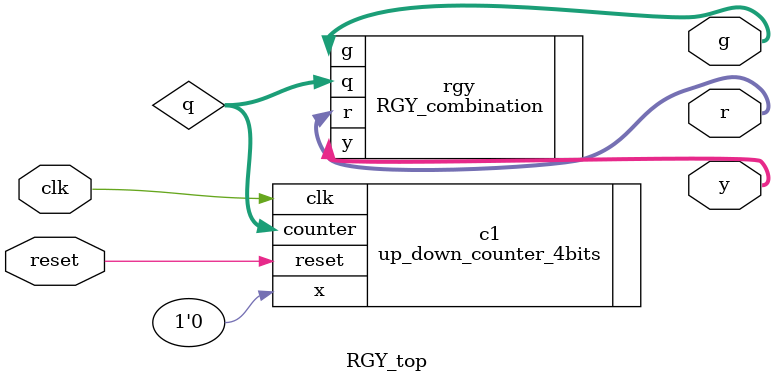
<source format=sv>
module RGY_top(
    input clk,
    input reset,
    output [1:0] r, g, y
);
    logic [3:0] q;
    up_down_counter_4bits c1(
        .clk(clk),
        .reset(reset),
        .x(1'b0),
        .counter(q)
    );
    RGY_combination rgy(
        .q(q),
        .r(r),
        .g(g),
        .y(y)
    );
endmodule
</source>
